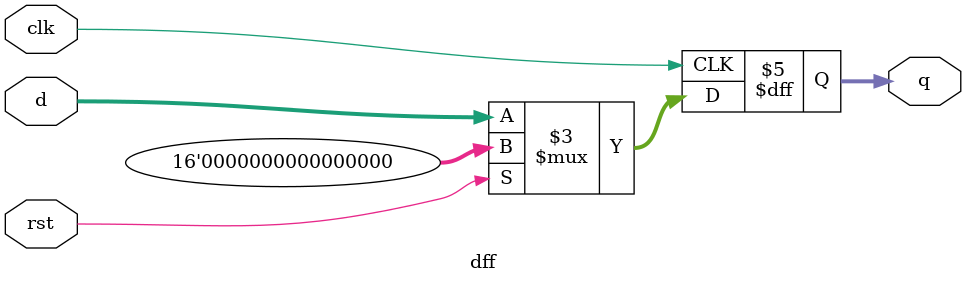
<source format=v>

module fir_16tap (
	input wire				clk,          // system clock
	input wire              rst,          // system reset (active high)

	input wire signed	[15:0]		xin,		// input signal

	output wire signed	[35:0]		yout		// output signal
);

//use "wire" to define internal signals
wire signed [15:0]	x_n0,x_n1,x_n2,x_n3,x_n4,x_n5,x_n6,x_n7,x_n8,x_n9,x_n10,x_n11,x_n12,x_n13,x_n14,x_n15;
wire signed [31:0]	y0,y1,y2,y3,y4,y5,y6,y7,y8,y9,y10,y11,y12,y13,y14,y15;
wire signed [15:0] a0,a1,a2,a3,a4,a5,a6,a7,a8,a9,a10,a11,a12,a13,a14,a15;

assign	a0 = 16'd0;			// coefficient a0
assign	a1 = 16'd1;			// coefficient a1
assign	a2 = 16'd2;			// coefficient a2
assign	a3 = 16'd3;			// coefficient a3
assign	a4 = 16'd4;			// coefficient a4
assign	a5 = 16'd5;			// coefficient a5
assign	a6 = 16'd6;			// coefficient a6
assign	a7 = 16'd7;			// coefficient a7
assign	a8 = 16'd8;			// coefficient a8
assign	a9 = 16'd9;			// coefficient a9
assign	a10 = 16'd10;			// coefficient a10
assign	a11 = 16'd11;			// coefficient a11
assign	a12 = 16'd12;			// coefficient a12
assign	a13 = 16'd13;			// coefficient a13
assign	a14 = 16'd14;			// coefficient a14
assign	a15 = 16'd15;			// coefficient a15

assign x_n0=xin;
dff dff1(.rst(rst),.clk(clk),.d(x_n0[15:0]),.q(x_n1[15:0]));
dff dff2(.rst(rst),.clk(clk),.d(x_n1[15:0]),.q(x_n2[15:0]));
dff dff3(.rst(rst),.clk(clk),.d(x_n2[15:0]),.q(x_n3[15:0]));
dff dff4(.rst(rst),.clk(clk),.d(x_n3[15:0]),.q(x_n4[15:0]));
dff dff5(.rst(rst),.clk(clk),.d(x_n4[15:0]),.q(x_n5[15:0]));
dff dff6(.rst(rst),.clk(clk),.d(x_n5[15:0]),.q(x_n6[15:0]));
dff dff7(.rst(rst),.clk(clk),.d(x_n6[15:0]),.q(x_n7[15:0]));
dff dff8(.rst(rst),.clk(clk),.d(x_n7[15:0]),.q(x_n8[15:0]));
dff dff9(.rst(rst),.clk(clk),.d(x_n8[15:0]),.q(x_n9[15:0]));
dff dff10(.rst(rst),.clk(clk),.d(x_n9[15:0]),.q(x_n10[15:0]));
dff dff11(.rst(rst),.clk(clk),.d(x_n10[15:0]),.q(x_n11[15:0]));
dff dff12(.rst(rst),.clk(clk),.d(x_n11[15:0]),.q(x_n12[15:0]));
dff dff13(.rst(rst),.clk(clk),.d(x_n12[15:0]),.q(x_n13[15:0]));
dff dff14(.rst(rst),.clk(clk),.d(x_n13[15:0]),.q(x_n14[15:0]));
dff dff15(.rst(rst),.clk(clk),.d(x_n14[15:0]),.q(x_n15[15:0]));

assign y0=x_n0*a0;
assign y1=x_n1*a1;
assign y2=x_n2*a2;
assign y3=x_n3*a3;
assign y4=x_n4*a4;
assign y5=x_n5*a5;
assign y6=x_n6*a6;
assign y7=x_n7*a7;
assign y8=x_n8*a8;
assign y9=x_n9*a9;
assign y10=x_n10*a10;
assign y11=x_n11*a11;
assign y12=x_n12*a12;
assign y13=x_n13*a13;
assign y14=x_n14*a14;
assign y15=x_n15*a15;
assign yout=y0+y1+y2+y3+y4+y5+y6+y7+y8+y9+y10+y11+y12+y13+y14+y15;

endmodule

// ----------------------------------------------------

// ----------------------------------------------------
// Part II:  DFF - the delay element. It be a D flip flop controlled by the clock signal.
// ----------------------------------------------------
module dff (
	input		rst,		//reset Signal (active high)
	input		clk,		//clock
	input		[15:0]		d,
	output reg	[15:0] 		q
);  
  
always @ (posedge clk) begin
	if (rst)
		q <= 0;  
    else
		q <= d;
end

endmodule  
</source>
